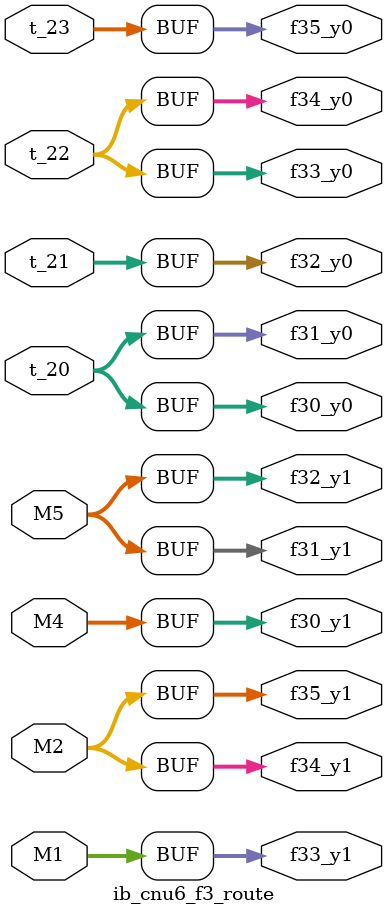
<source format=v>
`timescale 1ns / 1ps

module ib_cnu6_f0_route #(
	parameter QUAN_SIZE = 4
)(
    output wire [QUAN_SIZE-1:0] f00_y0,
    output wire [QUAN_SIZE-1:0] f00_y1,
    output wire [QUAN_SIZE-1:0] f01_y0,
    output wire [QUAN_SIZE-1:0] f01_y1,
        
    input wire [QUAN_SIZE-1:0] M0,
    input wire [QUAN_SIZE-1:0] M1,
    input wire [QUAN_SIZE-1:0] M2,
    input wire [QUAN_SIZE-1:0] M3,
    input wire [QUAN_SIZE-1:0] M4,
    input wire [QUAN_SIZE-1:0] M5
);

	// For the first decomposed LUT
	//assign f00_y0[QUAN_SIZE-1:0] = (we == 1'b1) ? QUAN_SIZE'd0 : M0[QUAN_SIZE-1:0];
	//assign f00_y1[QUAN_SIZE-1:0] = (we == 1'b1) ? QUAN_SIZE'd0 : M1[QUAN_SIZE-1:0];
	assign f00_y0[QUAN_SIZE-1:0] = M0[QUAN_SIZE-1:0];
	assign f00_y1[QUAN_SIZE-1:0] = M1[QUAN_SIZE-1:0];
	// For the second decomposed LUT
	//assign f00_y0[QUAN_SIZE-1:0] = (we == 1'b1) ? QUAN_SIZE'd0 : M0[QUAN_SIZE-1:0];
	//assign f00_y1[QUAN_SIZE-1:0] = (we == 1'b1) ? QUAN_SIZE'd0 : M1[QUAN_SIZE-1:0];
	assign f01_y0[QUAN_SIZE-1:0] = M3[QUAN_SIZE-1:0];
	assign f01_y1[QUAN_SIZE-1:0] = M4[QUAN_SIZE-1:0];    
endmodule

module ib_f0_v2c_pipeline #(
	parameter QUAN_SIZE = 4,
	parameter PIPELINE_DEPTH = 3
)(
	output wire [QUAN_SIZE-1:0] M0_reg,
	output wire [QUAN_SIZE-1:0] M1_reg,
	output wire [QUAN_SIZE-1:0] M2_reg,
	output wire [QUAN_SIZE-1:0] M3_reg,
	output wire [QUAN_SIZE-1:0] M4_reg,
	output wire [QUAN_SIZE-1:0] M5_reg,
	
	input wire [QUAN_SIZE-1:0] v2c0_in,
	input wire [QUAN_SIZE-1:0] v2c1_in,
	input wire [QUAN_SIZE-1:0] v2c2_in,
	input wire [QUAN_SIZE-1:0] v2c3_in,
	input wire [QUAN_SIZE-1:0] v2c4_in,
	input wire [QUAN_SIZE-1:0] v2c5_in,
	input wire read_clk
);
	// PIPELINE_DEPTH pipeline stages require two pipeline registers
	reg [QUAN_SIZE-1:0] v2c_0 [0:PIPELINE_DEPTH-2];
	reg [QUAN_SIZE-1:0] v2c_1 [0:PIPELINE_DEPTH-2];
	reg [QUAN_SIZE-1:0] v2c_2 [0:PIPELINE_DEPTH-2];
	reg [QUAN_SIZE-1:0] v2c_3 [0:PIPELINE_DEPTH-2];
	reg [QUAN_SIZE-1:0] v2c_4 [0:PIPELINE_DEPTH-2];
	reg [QUAN_SIZE-1:0] v2c_5 [0:PIPELINE_DEPTH-2];
	
	always@(posedge read_clk) v2c_0[0] <= v2c0_in[QUAN_SIZE-1:0];
	always@(posedge read_clk) v2c_1[0] <= v2c1_in[QUAN_SIZE-1:0];
	always@(posedge read_clk) v2c_2[0] <= v2c2_in[QUAN_SIZE-1:0];
	always@(posedge read_clk) v2c_3[0] <= v2c3_in[QUAN_SIZE-1:0];
	always@(posedge read_clk) v2c_4[0] <= v2c4_in[QUAN_SIZE-1:0];
	always@(posedge read_clk) v2c_5[0] <= v2c5_in[QUAN_SIZE-1:0];
	genvar i;
	generate
		for(i = 1; i < PIPELINE_DEPTH - 1; i=i+1) begin : c2v_msg_pipe_inst
			always@(posedge read_clk) v2c_0[i] <= v2c_0[i-1];
			always@(posedge read_clk) v2c_1[i] <= v2c_1[i-1];
			always@(posedge read_clk) v2c_2[i] <= v2c_2[i-1];
			always@(posedge read_clk) v2c_3[i] <= v2c_3[i-1];
			always@(posedge read_clk) v2c_4[i] <= v2c_4[i-1];
			always@(posedge read_clk) v2c_5[i] <= v2c_5[i-1];
		end
	endgenerate
	assign M0_reg[QUAN_SIZE-1:0] = v2c_0[PIPELINE_DEPTH-2];
	assign M1_reg[QUAN_SIZE-1:0] = v2c_1[PIPELINE_DEPTH-2];
	assign M2_reg[QUAN_SIZE-1:0] = v2c_2[PIPELINE_DEPTH-2];
	assign M3_reg[QUAN_SIZE-1:0] = v2c_3[PIPELINE_DEPTH-2];
	assign M4_reg[QUAN_SIZE-1:0] = v2c_4[PIPELINE_DEPTH-2];
	assign M5_reg[QUAN_SIZE-1:0] = v2c_5[PIPELINE_DEPTH-2];
endmodule

module ib_cnu6_f1_route #(
	parameter QUAN_SIZE = 4
)(
    output wire [QUAN_SIZE-1:0] f10_y0,
    output wire [QUAN_SIZE-1:0] f10_y1,
    output wire [QUAN_SIZE-1:0] f11_y0,
    output wire [QUAN_SIZE-1:0] f11_y1,

    input wire [QUAN_SIZE-1:0] t_00,
    input wire [QUAN_SIZE-1:0] t_01,
    input wire [QUAN_SIZE-1:0] M0,
    input wire [QUAN_SIZE-1:0] M1,
    input wire [QUAN_SIZE-1:0] M2,
    input wire [QUAN_SIZE-1:0] M3,
    input wire [QUAN_SIZE-1:0] M4,
    input wire [QUAN_SIZE-1:0] M5          
);

	// For the first decomposed LUT
	assign f10_y0[QUAN_SIZE-1:0] = t_00[QUAN_SIZE-1:0];
	assign f10_y1[QUAN_SIZE-1:0] = M2[QUAN_SIZE-1:0];    
	// For the second decomposed LUT
	assign f11_y0[QUAN_SIZE-1:0] = t_01[QUAN_SIZE-1:0];
	assign f11_y1[QUAN_SIZE-1:0] = M5[QUAN_SIZE-1:0];        
endmodule

module ib_f1_v2c_pipeline #(
	parameter QUAN_SIZE = 4,
	parameter PIPELINE_DEPTH = 3
)(
	output wire [QUAN_SIZE-1:0] M0_reg,
	output wire [QUAN_SIZE-1:0] M1_reg,
	output wire [QUAN_SIZE-1:0] M2_reg,
	output wire [QUAN_SIZE-1:0] M3_reg,
	output wire [QUAN_SIZE-1:0] M4_reg,
	output wire [QUAN_SIZE-1:0] M5_reg,
	
	input wire [QUAN_SIZE-1:0] v2c0_in,
	input wire [QUAN_SIZE-1:0] v2c1_in,
	input wire [QUAN_SIZE-1:0] v2c2_in,
	input wire [QUAN_SIZE-1:0] v2c3_in,
	input wire [QUAN_SIZE-1:0] v2c4_in,
	input wire [QUAN_SIZE-1:0] v2c5_in,
	input wire read_clk
);
	// PIPELINE_DEPTH pipeline stages require two pipeline registers
	reg [QUAN_SIZE-1:0] v2c_0 [0:PIPELINE_DEPTH-2];
	reg [QUAN_SIZE-1:0] v2c_1 [0:PIPELINE_DEPTH-2];
	reg [QUAN_SIZE-1:0] v2c_2 [0:PIPELINE_DEPTH-2];
	reg [QUAN_SIZE-1:0] v2c_3 [0:PIPELINE_DEPTH-2];
	reg [QUAN_SIZE-1:0] v2c_4 [0:PIPELINE_DEPTH-2];
	reg [QUAN_SIZE-1:0] v2c_5 [0:PIPELINE_DEPTH-2];
	
	always@(posedge read_clk) v2c_0[0] <= v2c0_in[QUAN_SIZE-1:0];
	always@(posedge read_clk) v2c_1[0] <= v2c1_in[QUAN_SIZE-1:0];
	always@(posedge read_clk) v2c_2[0] <= v2c2_in[QUAN_SIZE-1:0];
	always@(posedge read_clk) v2c_3[0] <= v2c3_in[QUAN_SIZE-1:0];
	always@(posedge read_clk) v2c_4[0] <= v2c4_in[QUAN_SIZE-1:0];
	always@(posedge read_clk) v2c_5[0] <= v2c5_in[QUAN_SIZE-1:0];
	genvar i;
	generate
		for(i = 1; i < PIPELINE_DEPTH - 1; i=i+1) begin : c2v_msg_pipe_inst
			always@(posedge read_clk) v2c_0[i] <= v2c_0[i-1];
			always@(posedge read_clk) v2c_1[i] <= v2c_1[i-1];
			always@(posedge read_clk) v2c_2[i] <= v2c_2[i-1];
			always@(posedge read_clk) v2c_3[i] <= v2c_3[i-1];
			always@(posedge read_clk) v2c_4[i] <= v2c_4[i-1];
			always@(posedge read_clk) v2c_5[i] <= v2c_5[i-1];
		end
	endgenerate
	assign M0_reg[QUAN_SIZE-1:0] = v2c_0[PIPELINE_DEPTH-2];
	assign M1_reg[QUAN_SIZE-1:0] = v2c_1[PIPELINE_DEPTH-2];
	assign M2_reg[QUAN_SIZE-1:0] = v2c_2[PIPELINE_DEPTH-2];
	assign M3_reg[QUAN_SIZE-1:0] = v2c_3[PIPELINE_DEPTH-2];
	assign M4_reg[QUAN_SIZE-1:0] = v2c_4[PIPELINE_DEPTH-2];
	assign M5_reg[QUAN_SIZE-1:0] = v2c_5[PIPELINE_DEPTH-2];
endmodule

module ib_cnu6_f2_route #(
	parameter QUAN_SIZE = 4
)(
    output wire [QUAN_SIZE-1:0] f20_y0,
    output wire [QUAN_SIZE-1:0] f20_y1,
    output wire [QUAN_SIZE-1:0] f21_y0,
    output wire [QUAN_SIZE-1:0] f21_y1,
    output wire [QUAN_SIZE-1:0] f22_y0,
    output wire [QUAN_SIZE-1:0] f22_y1,
    output wire [QUAN_SIZE-1:0] f23_y0,
    output wire [QUAN_SIZE-1:0] f23_y1,

    input wire [QUAN_SIZE-1:0] t_10,
    input wire [QUAN_SIZE-1:0] t_11,
    input wire [QUAN_SIZE-1:0] M0,
    input wire [QUAN_SIZE-1:0] M1,
    input wire [QUAN_SIZE-1:0] M2,
    input wire [QUAN_SIZE-1:0] M3,
    input wire [QUAN_SIZE-1:0] M4,
    input wire [QUAN_SIZE-1:0] M5
);

	// For the first decomposed LUT
	assign f20_y0[QUAN_SIZE-1:0] = t_10[QUAN_SIZE-1:0];
	assign f20_y1[QUAN_SIZE-1:0] = M3[QUAN_SIZE-1:0];    
	// For the second decomposed LUT
	assign f21_y0[QUAN_SIZE-1:0] = t_10[QUAN_SIZE-1:0];
	assign f21_y1[QUAN_SIZE-1:0] = M4[QUAN_SIZE-1:0];    
	// For the third decomposed LUT
	assign f22_y0[QUAN_SIZE-1:0] = t_11[QUAN_SIZE-1:0];
	assign f22_y1[QUAN_SIZE-1:0] = M0[QUAN_SIZE-1:0]  ;    
	// For the fourth decomposed LUT
	assign f23_y0[QUAN_SIZE-1:0] = t_11[QUAN_SIZE-1:0];
	assign f23_y1[QUAN_SIZE-1:0] = M1[QUAN_SIZE-1:0]  ;        
endmodule

module ib_f2_v2c_pipeline #(
	parameter QUAN_SIZE = 4,
	parameter PIPELINE_DEPTH = 3
)(
	output wire [QUAN_SIZE-1:0] M1_reg,
	output wire [QUAN_SIZE-1:0] M2_reg,
	output wire [QUAN_SIZE-1:0] M4_reg,
	output wire [QUAN_SIZE-1:0] M5_reg,
	
	input wire [QUAN_SIZE-1:0] v2c1_in,
	input wire [QUAN_SIZE-1:0] v2c2_in,
	input wire [QUAN_SIZE-1:0] v2c4_in,
	input wire [QUAN_SIZE-1:0] v2c5_in,
	input wire read_clk
);
	// PIPELINE_DEPTH pipeline stages require two pipeline registers
	reg [QUAN_SIZE-1:0] v2c_1 [0:PIPELINE_DEPTH-2];
	reg [QUAN_SIZE-1:0] v2c_2 [0:PIPELINE_DEPTH-2];
	reg [QUAN_SIZE-1:0] v2c_4 [0:PIPELINE_DEPTH-2];
	reg [QUAN_SIZE-1:0] v2c_5 [0:PIPELINE_DEPTH-2];
	
	always@(posedge read_clk) v2c_1[0] <= v2c1_in[QUAN_SIZE-1:0];
	always@(posedge read_clk) v2c_2[0] <= v2c2_in[QUAN_SIZE-1:0];
	always@(posedge read_clk) v2c_4[0] <= v2c4_in[QUAN_SIZE-1:0];
	always@(posedge read_clk) v2c_5[0] <= v2c5_in[QUAN_SIZE-1:0];
	genvar i;
	generate
		for(i = 1; i < PIPELINE_DEPTH - 1; i=i+1) begin : c2v_msg_pipe_inst
			always@(posedge read_clk) v2c_1[i] <= v2c_1[i-1];
			always@(posedge read_clk) v2c_2[i] <= v2c_2[i-1];
			always@(posedge read_clk) v2c_4[i] <= v2c_4[i-1];
			always@(posedge read_clk) v2c_5[i] <= v2c_5[i-1];
		end
	endgenerate
	assign M1_reg[QUAN_SIZE-1:0] = v2c_1[PIPELINE_DEPTH-2];
	assign M2_reg[QUAN_SIZE-1:0] = v2c_2[PIPELINE_DEPTH-2];
	assign M4_reg[QUAN_SIZE-1:0] = v2c_4[PIPELINE_DEPTH-2];
	assign M5_reg[QUAN_SIZE-1:0] = v2c_5[PIPELINE_DEPTH-2];
endmodule

module ib_cnu6_f3_route #(
	parameter QUAN_SIZE = 4
)(
    output wire [QUAN_SIZE-1:0] f30_y0,
    output wire [QUAN_SIZE-1:0] f30_y1,
    output wire [QUAN_SIZE-1:0] f31_y0,
    output wire [QUAN_SIZE-1:0] f31_y1,
    output wire [QUAN_SIZE-1:0] f32_y0,
    output wire [QUAN_SIZE-1:0] f32_y1,
    output wire [QUAN_SIZE-1:0] f33_y0,
    output wire [QUAN_SIZE-1:0] f33_y1,
    output wire [QUAN_SIZE-1:0] f34_y0,
    output wire [QUAN_SIZE-1:0] f34_y1,
    output wire [QUAN_SIZE-1:0] f35_y0,
    output wire [QUAN_SIZE-1:0] f35_y1,

    input wire [QUAN_SIZE-1:0] t_20,
    input wire [QUAN_SIZE-1:0] t_21,
    input wire [QUAN_SIZE-1:0] t_22,
    input wire [QUAN_SIZE-1:0] t_23,
    input wire [QUAN_SIZE-1:0] M1,
    input wire [QUAN_SIZE-1:0] M2,
    input wire [QUAN_SIZE-1:0] M4,
    input wire [QUAN_SIZE-1:0] M5          
);

	// For the first decomposed LUT
	assign f30_y0[QUAN_SIZE-1:0] = t_20[QUAN_SIZE-1:0];
	assign f30_y1[QUAN_SIZE-1:0] = M4[QUAN_SIZE-1:0];    
	// For the second decomposed LUT
	assign f31_y0[QUAN_SIZE-1:0] = t_20[QUAN_SIZE-1:0];
	assign f31_y1[QUAN_SIZE-1:0] = M5[QUAN_SIZE-1:0];    
	// For the third decomposed LUT
	assign f32_y0[QUAN_SIZE-1:0] = t_21[QUAN_SIZE-1:0];
	assign f32_y1[QUAN_SIZE-1:0] = M5[QUAN_SIZE-1:0];    
	// For the fourth decomposed LUT
	assign f33_y0[QUAN_SIZE-1:0] = t_22[QUAN_SIZE-1:0];
	assign f33_y1[QUAN_SIZE-1:0] = M1[QUAN_SIZE-1:0];    
	// For the fifth decomposed LUT
	assign f34_y0[QUAN_SIZE-1:0] = t_22[QUAN_SIZE-1:0];
	assign f34_y1[QUAN_SIZE-1:0] = M2[QUAN_SIZE-1:0];    
	// For the sixth decomposed LUT
	assign f35_y0[QUAN_SIZE-1:0] = t_23[QUAN_SIZE-1:0];
	assign f35_y1[QUAN_SIZE-1:0] = M2[QUAN_SIZE-1:0];    
endmodule
</source>
